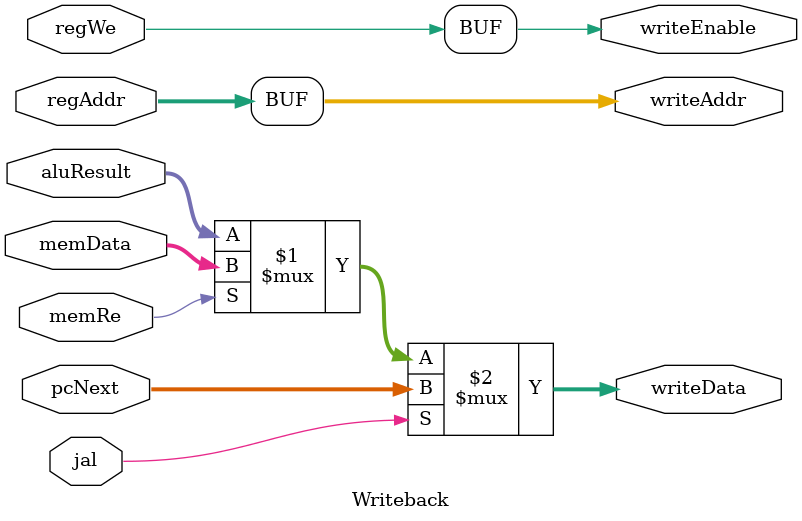
<source format=v>
module Writeback(jal, memRe, regWe, regAddr, pcNext, memData, aluResult, writeData, writeAddr, writeEnable);
  input jal, memRe, regWe;
  input [3:0] regAddr;
  input [15:0] pcNext, memData, aluResult;

  output [15:0] writeData;
  output [3:0] writeAddr;
  output writeEnable;  

  assign writeData =  jal ? pcNext :
                      memRe ? memData : 
                      aluResult;

  assign writeAddr = regAddr;
  assign writeEnable = regWe;
  
endmodule

</source>
